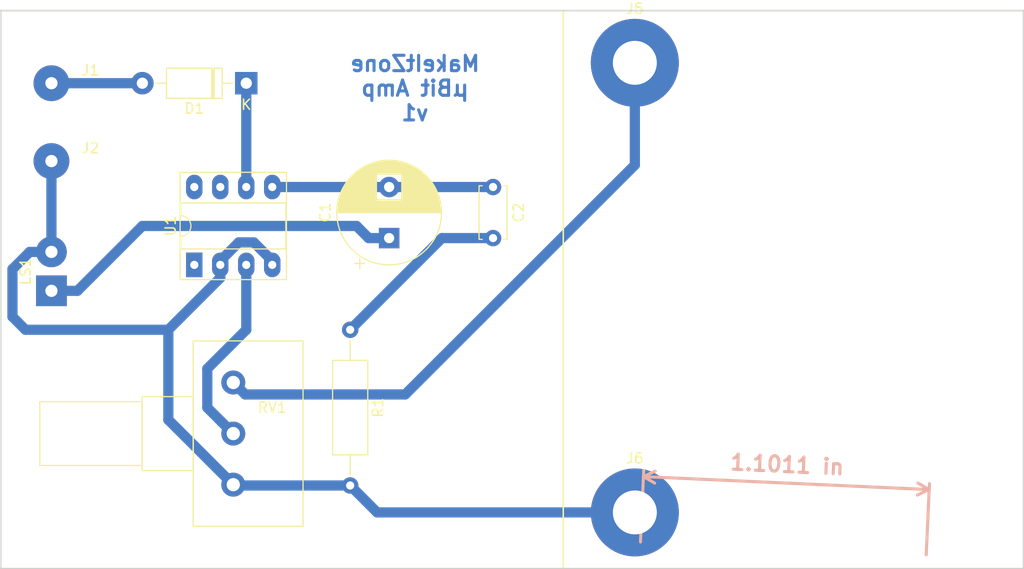
<source format=kicad_pcb>
(kicad_pcb (version 20171130) (host pcbnew "(5.0.1-3-g963ef8bb5)")

  (general
    (thickness 1.6)
    (drawings 7)
    (tracks 41)
    (zones 0)
    (modules 11)
    (nets 12)
  )

  (page A4)
  (layers
    (0 F.Cu signal)
    (31 B.Cu signal)
    (33 F.Adhes user)
    (35 F.Paste user)
    (37 F.SilkS user)
    (39 F.Mask user)
    (40 Dwgs.User user)
    (41 Cmts.User user)
    (42 Eco1.User user)
    (43 Eco2.User user)
    (44 Edge.Cuts user)
    (45 Margin user)
    (46 B.CrtYd user)
    (47 F.CrtYd user)
    (49 F.Fab user)
  )

  (setup
    (last_trace_width 1)
    (user_trace_width 0.5)
    (user_trace_width 1)
    (trace_clearance 0.2)
    (zone_clearance 0.508)
    (zone_45_only no)
    (trace_min 0.2)
    (segment_width 0.15)
    (edge_width 0.15)
    (via_size 0.8)
    (via_drill 0.4)
    (via_min_size 0.4)
    (via_min_drill 0.3)
    (uvia_size 0.3)
    (uvia_drill 0.1)
    (uvias_allowed no)
    (uvia_min_size 0.2)
    (uvia_min_drill 0.1)
    (pcb_text_width 0.3)
    (pcb_text_size 1.5 1.5)
    (mod_edge_width 0.15)
    (mod_text_size 1 1)
    (mod_text_width 0.15)
    (pad_size 8.6 8.6)
    (pad_drill 4.3)
    (pad_to_mask_clearance 0.051)
    (solder_mask_min_width 0.25)
    (aux_axis_origin 0 0)
    (visible_elements FFFFFF7F)
    (pcbplotparams
      (layerselection 0x01000_fffffffe)
      (usegerberextensions false)
      (usegerberattributes false)
      (usegerberadvancedattributes false)
      (creategerberjobfile false)
      (excludeedgelayer true)
      (linewidth 0.100000)
      (plotframeref false)
      (viasonmask false)
      (mode 1)
      (useauxorigin false)
      (hpglpennumber 1)
      (hpglpenspeed 20)
      (hpglpendiameter 15.000000)
      (psnegative false)
      (psa4output false)
      (plotreference true)
      (plotvalue true)
      (plotinvisibletext false)
      (padsonsilk false)
      (subtractmaskfromsilk false)
      (outputformat 1)
      (mirror false)
      (drillshape 0)
      (scaleselection 1)
      (outputdirectory "/Users/julian/Documents/JuliansDocuments/Finance, Business, Tax, etc/Business Plans - MakeItZone/Events/2018-11 Compass week for NIDES- microbits/schematics/AudioCreature/AudioCreature/fabfiles/"))
  )

  (net 0 "")
  (net 1 "Net-(C1-Pad1)")
  (net 2 "Net-(C1-Pad2)")
  (net 3 "Net-(D1-Pad1)")
  (net 4 +5V)
  (net 5 GND)
  (net 6 "Net-(RV1-Pad2)")
  (net 7 "Net-(U1-Pad1)")
  (net 8 "Net-(U1-Pad7)")
  (net 9 "Net-(U1-Pad8)")
  (net 10 "Net-(C2-Pad2)")
  (net 11 "Net-(J5-Pad1)")

  (net_class Default "This is the default net class."
    (clearance 0.2)
    (trace_width 0.25)
    (via_dia 0.8)
    (via_drill 0.4)
    (uvia_dia 0.3)
    (uvia_drill 0.1)
    (add_net +5V)
    (add_net GND)
    (add_net "Net-(C1-Pad1)")
    (add_net "Net-(C1-Pad2)")
    (add_net "Net-(C2-Pad2)")
    (add_net "Net-(D1-Pad1)")
    (add_net "Net-(J5-Pad1)")
    (add_net "Net-(RV1-Pad2)")
    (add_net "Net-(U1-Pad1)")
    (add_net "Net-(U1-Pad7)")
    (add_net "Net-(U1-Pad8)")
  )

  (module Diode_THT:D_DO-41_SOD81_P10.16mm_Horizontal (layer F.Cu) (tedit 5AE50CD5) (tstamp 5BF946B3)
    (at 44.005 27.495 180)
    (descr "Diode, DO-41_SOD81 series, Axial, Horizontal, pin pitch=10.16mm, , length*diameter=5.2*2.7mm^2, , http://www.diodes.com/_files/packages/DO-41%20(Plastic).pdf")
    (tags "Diode DO-41_SOD81 series Axial Horizontal pin pitch 10.16mm  length 5.2mm diameter 2.7mm")
    (path /5BE971BB)
    (fp_text reference D1 (at 5.08 -2.47 180) (layer F.SilkS)
      (effects (font (size 1 1) (thickness 0.15)))
    )
    (fp_text value 1N4004 (at 5.08 2.47 180) (layer F.Fab)
      (effects (font (size 1 1) (thickness 0.15)))
    )
    (fp_line (start 2.48 -1.35) (end 2.48 1.35) (layer F.Fab) (width 0.1))
    (fp_line (start 2.48 1.35) (end 7.68 1.35) (layer F.Fab) (width 0.1))
    (fp_line (start 7.68 1.35) (end 7.68 -1.35) (layer F.Fab) (width 0.1))
    (fp_line (start 7.68 -1.35) (end 2.48 -1.35) (layer F.Fab) (width 0.1))
    (fp_line (start 0 0) (end 2.48 0) (layer F.Fab) (width 0.1))
    (fp_line (start 10.16 0) (end 7.68 0) (layer F.Fab) (width 0.1))
    (fp_line (start 3.26 -1.35) (end 3.26 1.35) (layer F.Fab) (width 0.1))
    (fp_line (start 3.36 -1.35) (end 3.36 1.35) (layer F.Fab) (width 0.1))
    (fp_line (start 3.16 -1.35) (end 3.16 1.35) (layer F.Fab) (width 0.1))
    (fp_line (start 2.36 -1.47) (end 2.36 1.47) (layer F.SilkS) (width 0.12))
    (fp_line (start 2.36 1.47) (end 7.8 1.47) (layer F.SilkS) (width 0.12))
    (fp_line (start 7.8 1.47) (end 7.8 -1.47) (layer F.SilkS) (width 0.12))
    (fp_line (start 7.8 -1.47) (end 2.36 -1.47) (layer F.SilkS) (width 0.12))
    (fp_line (start 1.34 0) (end 2.36 0) (layer F.SilkS) (width 0.12))
    (fp_line (start 8.82 0) (end 7.8 0) (layer F.SilkS) (width 0.12))
    (fp_line (start 3.26 -1.47) (end 3.26 1.47) (layer F.SilkS) (width 0.12))
    (fp_line (start 3.38 -1.47) (end 3.38 1.47) (layer F.SilkS) (width 0.12))
    (fp_line (start 3.14 -1.47) (end 3.14 1.47) (layer F.SilkS) (width 0.12))
    (fp_line (start -1.35 -1.6) (end -1.35 1.6) (layer F.CrtYd) (width 0.05))
    (fp_line (start -1.35 1.6) (end 11.51 1.6) (layer F.CrtYd) (width 0.05))
    (fp_line (start 11.51 1.6) (end 11.51 -1.6) (layer F.CrtYd) (width 0.05))
    (fp_line (start 11.51 -1.6) (end -1.35 -1.6) (layer F.CrtYd) (width 0.05))
    (fp_text user %R (at 5.47 0 180) (layer F.Fab)
      (effects (font (size 1 1) (thickness 0.15)))
    )
    (fp_text user K (at 0 -2.1 180) (layer F.Fab)
      (effects (font (size 1 1) (thickness 0.15)))
    )
    (fp_text user K (at 0 -2.1 180) (layer F.SilkS)
      (effects (font (size 1 1) (thickness 0.15)))
    )
    (pad 1 thru_hole rect (at 0 0 180) (size 2.2 2.2) (drill 1.1) (layers *.Cu *.Mask)
      (net 3 "Net-(D1-Pad1)"))
    (pad 2 thru_hole oval (at 10.16 0 180) (size 2.2 2.2) (drill 1.1) (layers *.Cu *.Mask)
      (net 4 +5V))
    (model ${KISYS3DMOD}/Diode_THT.3dshapes/D_DO-41_SOD81_P10.16mm_Horizontal.wrl
      (at (xyz 0 0 0))
      (scale (xyz 1 1 1))
      (rotate (xyz 0 0 0))
    )
  )

  (module Connector_Wire:SolderWirePad_1x01_Drill1.2mm (layer F.Cu) (tedit 5AEE5EA7) (tstamp 5BF94650)
    (at 24.955 35.115)
    (descr "Wire solder connection")
    (tags connector)
    (path /5BE96173)
    (attr virtual)
    (fp_text reference J2 (at 3.81 -1.27) (layer F.SilkS)
      (effects (font (size 1 1) (thickness 0.15)))
    )
    (fp_text value Conn_01x01 (at 1.27 3.175) (layer F.Fab)
      (effects (font (size 1 1) (thickness 0.15)))
    )
    (fp_text user %R (at 0 0) (layer F.Fab)
      (effects (font (size 1 1) (thickness 0.15)))
    )
    (fp_line (start -2.25 -2.25) (end 2.25 -2.25) (layer F.CrtYd) (width 0.05))
    (fp_line (start -2.25 -2.25) (end -2.25 2.25) (layer F.CrtYd) (width 0.05))
    (fp_line (start 2.25 2.25) (end 2.25 -2.25) (layer F.CrtYd) (width 0.05))
    (fp_line (start 2.25 2.25) (end -2.25 2.25) (layer F.CrtYd) (width 0.05))
    (pad 1 thru_hole circle (at 0 0) (size 3.50012 3.50012) (drill 1.19888) (layers *.Cu *.Mask)
      (net 5 GND))
  )

  (module Connector_Wire:SolderWirePad_1x02_P3.81mm_Drill1.2mm (layer F.Cu) (tedit 5AEE5EF3) (tstamp 5BF94681)
    (at 24.955 47.815 90)
    (descr "Wire solder connection")
    (tags connector)
    (path /5BE96CE5)
    (attr virtual)
    (fp_text reference LS1 (at 1.905 -2.54 90) (layer F.SilkS)
      (effects (font (size 1 1) (thickness 0.15)))
    )
    (fp_text value Speaker (at 1.905 3.81 90) (layer F.Fab)
      (effects (font (size 1 1) (thickness 0.15)))
    )
    (fp_text user %R (at 1.905 0 270) (layer F.Fab)
      (effects (font (size 1 1) (thickness 0.15)))
    )
    (fp_line (start -1.99 -2) (end 5.81 -2) (layer F.CrtYd) (width 0.05))
    (fp_line (start -1.99 -2) (end -1.99 2) (layer F.CrtYd) (width 0.05))
    (fp_line (start 5.81 2) (end 5.81 -2) (layer F.CrtYd) (width 0.05))
    (fp_line (start 5.81 2) (end -1.99 2) (layer F.CrtYd) (width 0.05))
    (pad 1 thru_hole rect (at 0 0 90) (size 2.99974 2.99974) (drill 1.19888) (layers *.Cu *.Mask)
      (net 1 "Net-(C1-Pad1)"))
    (pad 2 thru_hole circle (at 3.81 0 90) (size 2.99974 2.99974) (drill 1.19888) (layers *.Cu *.Mask)
      (net 5 GND))
  )

  (module Resistor_THT:R_Axial_DIN0309_L9.0mm_D3.2mm_P15.24mm_Horizontal (layer F.Cu) (tedit 5AE5139B) (tstamp 5BF9461B)
    (at 54.165 51.625 270)
    (descr "Resistor, Axial_DIN0309 series, Axial, Horizontal, pin pitch=15.24mm, 0.5W = 1/2W, length*diameter=9*3.2mm^2, http://cdn-reichelt.de/documents/datenblatt/B400/1_4W%23YAG.pdf")
    (tags "Resistor Axial_DIN0309 series Axial Horizontal pin pitch 15.24mm 0.5W = 1/2W length 9mm diameter 3.2mm")
    (path /5BE99B47)
    (fp_text reference R1 (at 7.62 -2.72 270) (layer F.SilkS)
      (effects (font (size 1 1) (thickness 0.15)))
    )
    (fp_text value 10 (at 7.62 2.72 270) (layer F.Fab)
      (effects (font (size 1 1) (thickness 0.15)))
    )
    (fp_line (start 3.12 -1.6) (end 3.12 1.6) (layer F.Fab) (width 0.1))
    (fp_line (start 3.12 1.6) (end 12.12 1.6) (layer F.Fab) (width 0.1))
    (fp_line (start 12.12 1.6) (end 12.12 -1.6) (layer F.Fab) (width 0.1))
    (fp_line (start 12.12 -1.6) (end 3.12 -1.6) (layer F.Fab) (width 0.1))
    (fp_line (start 0 0) (end 3.12 0) (layer F.Fab) (width 0.1))
    (fp_line (start 15.24 0) (end 12.12 0) (layer F.Fab) (width 0.1))
    (fp_line (start 3 -1.72) (end 3 1.72) (layer F.SilkS) (width 0.12))
    (fp_line (start 3 1.72) (end 12.24 1.72) (layer F.SilkS) (width 0.12))
    (fp_line (start 12.24 1.72) (end 12.24 -1.72) (layer F.SilkS) (width 0.12))
    (fp_line (start 12.24 -1.72) (end 3 -1.72) (layer F.SilkS) (width 0.12))
    (fp_line (start 1.04 0) (end 3 0) (layer F.SilkS) (width 0.12))
    (fp_line (start 14.2 0) (end 12.24 0) (layer F.SilkS) (width 0.12))
    (fp_line (start -1.05 -1.85) (end -1.05 1.85) (layer F.CrtYd) (width 0.05))
    (fp_line (start -1.05 1.85) (end 16.29 1.85) (layer F.CrtYd) (width 0.05))
    (fp_line (start 16.29 1.85) (end 16.29 -1.85) (layer F.CrtYd) (width 0.05))
    (fp_line (start 16.29 -1.85) (end -1.05 -1.85) (layer F.CrtYd) (width 0.05))
    (fp_text user %R (at 7.62 0 270) (layer F.Fab)
      (effects (font (size 1 1) (thickness 0.15)))
    )
    (pad 1 thru_hole circle (at 0 0 270) (size 1.6 1.6) (drill 0.8) (layers *.Cu *.Mask)
      (net 10 "Net-(C2-Pad2)"))
    (pad 2 thru_hole oval (at 15.24 0 270) (size 1.6 1.6) (drill 0.8) (layers *.Cu *.Mask)
      (net 5 GND))
    (model ${KISYS3DMOD}/Resistor_THT.3dshapes/R_Axial_DIN0309_L9.0mm_D3.2mm_P15.24mm_Horizontal.wrl
      (at (xyz 0 0 0))
      (scale (xyz 1 1 1))
      (rotate (xyz 0 0 0))
    )
  )

  (module Potentiometer_THT:Potentiometer_Alps_RK163_Single_Horizontal (layer F.Cu) (tedit 5A3D4993) (tstamp 5BF94976)
    (at 42.735 56.785 180)
    (descr "Potentiometer, horizontal, Alps RK163 Single, http://www.alps.com/prod/info/E/HTML/Potentiometer/RotaryPotentiometers/RK16/RK16_list.html")
    (tags "Potentiometer horizontal Alps RK163 Single")
    (path /5BE96625)
    (fp_text reference RV1 (at -3.81 -2.46 180) (layer F.SilkS)
      (effects (font (size 1 1) (thickness 0.15)))
    )
    (fp_text value 5k (at 0 5.2 180) (layer F.Fab)
      (effects (font (size 1 1) (thickness 0.15)))
    )
    (fp_line (start -6.7 -13.95) (end -6.7 3.95) (layer F.Fab) (width 0.1))
    (fp_line (start -6.7 3.95) (end 3.8 3.95) (layer F.Fab) (width 0.1))
    (fp_line (start 3.8 3.95) (end 3.8 -13.95) (layer F.Fab) (width 0.1))
    (fp_line (start 3.8 -13.95) (end -6.7 -13.95) (layer F.Fab) (width 0.1))
    (fp_line (start 3.8 -8.5) (end 3.8 -1.5) (layer F.Fab) (width 0.1))
    (fp_line (start 3.8 -1.5) (end 8.8 -1.5) (layer F.Fab) (width 0.1))
    (fp_line (start 8.8 -1.5) (end 8.8 -8.5) (layer F.Fab) (width 0.1))
    (fp_line (start 8.8 -8.5) (end 3.8 -8.5) (layer F.Fab) (width 0.1))
    (fp_line (start 8.8 -8) (end 8.8 -2) (layer F.Fab) (width 0.1))
    (fp_line (start 8.8 -2) (end 18.8 -2) (layer F.Fab) (width 0.1))
    (fp_line (start 18.8 -2) (end 18.8 -8) (layer F.Fab) (width 0.1))
    (fp_line (start 18.8 -8) (end 8.8 -8) (layer F.Fab) (width 0.1))
    (fp_line (start -6.82 -14.07) (end 3.92 -14.07) (layer F.SilkS) (width 0.12))
    (fp_line (start -6.82 4.07) (end 3.92 4.07) (layer F.SilkS) (width 0.12))
    (fp_line (start -6.82 -14.07) (end -6.82 4.07) (layer F.SilkS) (width 0.12))
    (fp_line (start 3.92 -14.07) (end 3.92 4.07) (layer F.SilkS) (width 0.12))
    (fp_line (start 3.92 -8.62) (end 8.92 -8.62) (layer F.SilkS) (width 0.12))
    (fp_line (start 3.92 -1.38) (end 8.92 -1.38) (layer F.SilkS) (width 0.12))
    (fp_line (start 3.92 -8.62) (end 3.92 -1.38) (layer F.SilkS) (width 0.12))
    (fp_line (start 8.92 -8.62) (end 8.92 -1.38) (layer F.SilkS) (width 0.12))
    (fp_line (start 8.92 -8.12) (end 18.92 -8.12) (layer F.SilkS) (width 0.12))
    (fp_line (start 8.92 -1.879) (end 18.92 -1.879) (layer F.SilkS) (width 0.12))
    (fp_line (start 8.92 -8.12) (end 8.92 -1.879) (layer F.SilkS) (width 0.12))
    (fp_line (start 18.92 -8.12) (end 18.92 -1.879) (layer F.SilkS) (width 0.12))
    (fp_line (start -6.95 -14.2) (end -6.95 4.2) (layer F.CrtYd) (width 0.05))
    (fp_line (start -6.95 4.2) (end 19.05 4.2) (layer F.CrtYd) (width 0.05))
    (fp_line (start 19.05 4.2) (end 19.05 -14.2) (layer F.CrtYd) (width 0.05))
    (fp_line (start 19.05 -14.2) (end -6.95 -14.2) (layer F.CrtYd) (width 0.05))
    (fp_text user %R (at -1.45 -5 180) (layer F.Fab)
      (effects (font (size 1 1) (thickness 0.15)))
    )
    (pad 3 thru_hole circle (at 0 -10 180) (size 2.34 2.34) (drill 1.3) (layers *.Cu *.Mask)
      (net 5 GND))
    (pad 2 thru_hole circle (at 0 -5 180) (size 2.34 2.34) (drill 1.3) (layers *.Cu *.Mask)
      (net 6 "Net-(RV1-Pad2)"))
    (pad 1 thru_hole circle (at 0 0 180) (size 2.34 2.34) (drill 1.3) (layers *.Cu *.Mask)
      (net 11 "Net-(J5-Pad1)"))
    (model ${KISYS3DMOD}/Potentiometer_THT.3dshapes/Potentiometer_Alps_RK163_Single_Horizontal.wrl
      (at (xyz 0 0 0))
      (scale (xyz 1 1 1))
      (rotate (xyz 0 0 0))
    )
  )

  (module Package_DIP:DIP-8_W7.62mm_Socket_LongPads (layer F.Cu) (tedit 5A02E8C5) (tstamp 5BF945A4)
    (at 38.925 45.275 90)
    (descr "8-lead though-hole mounted DIP package, row spacing 7.62 mm (300 mils), Socket, LongPads")
    (tags "THT DIP DIL PDIP 2.54mm 7.62mm 300mil Socket LongPads")
    (path /5BE95DA0)
    (fp_text reference U1 (at 3.81 -2.33 90) (layer F.SilkS)
      (effects (font (size 1 1) (thickness 0.15)))
    )
    (fp_text value LM386 (at 3.81 9.95 90) (layer F.Fab)
      (effects (font (size 1 1) (thickness 0.15)))
    )
    (fp_arc (start 3.81 -1.33) (end 2.81 -1.33) (angle -180) (layer F.SilkS) (width 0.12))
    (fp_line (start 1.635 -1.27) (end 6.985 -1.27) (layer F.Fab) (width 0.1))
    (fp_line (start 6.985 -1.27) (end 6.985 8.89) (layer F.Fab) (width 0.1))
    (fp_line (start 6.985 8.89) (end 0.635 8.89) (layer F.Fab) (width 0.1))
    (fp_line (start 0.635 8.89) (end 0.635 -0.27) (layer F.Fab) (width 0.1))
    (fp_line (start 0.635 -0.27) (end 1.635 -1.27) (layer F.Fab) (width 0.1))
    (fp_line (start -1.27 -1.33) (end -1.27 8.95) (layer F.Fab) (width 0.1))
    (fp_line (start -1.27 8.95) (end 8.89 8.95) (layer F.Fab) (width 0.1))
    (fp_line (start 8.89 8.95) (end 8.89 -1.33) (layer F.Fab) (width 0.1))
    (fp_line (start 8.89 -1.33) (end -1.27 -1.33) (layer F.Fab) (width 0.1))
    (fp_line (start 2.81 -1.33) (end 1.56 -1.33) (layer F.SilkS) (width 0.12))
    (fp_line (start 1.56 -1.33) (end 1.56 8.95) (layer F.SilkS) (width 0.12))
    (fp_line (start 1.56 8.95) (end 6.06 8.95) (layer F.SilkS) (width 0.12))
    (fp_line (start 6.06 8.95) (end 6.06 -1.33) (layer F.SilkS) (width 0.12))
    (fp_line (start 6.06 -1.33) (end 4.81 -1.33) (layer F.SilkS) (width 0.12))
    (fp_line (start -1.44 -1.39) (end -1.44 9.01) (layer F.SilkS) (width 0.12))
    (fp_line (start -1.44 9.01) (end 9.06 9.01) (layer F.SilkS) (width 0.12))
    (fp_line (start 9.06 9.01) (end 9.06 -1.39) (layer F.SilkS) (width 0.12))
    (fp_line (start 9.06 -1.39) (end -1.44 -1.39) (layer F.SilkS) (width 0.12))
    (fp_line (start -1.55 -1.6) (end -1.55 9.2) (layer F.CrtYd) (width 0.05))
    (fp_line (start -1.55 9.2) (end 9.15 9.2) (layer F.CrtYd) (width 0.05))
    (fp_line (start 9.15 9.2) (end 9.15 -1.6) (layer F.CrtYd) (width 0.05))
    (fp_line (start 9.15 -1.6) (end -1.55 -1.6) (layer F.CrtYd) (width 0.05))
    (fp_text user %R (at 3.81 3.81 90) (layer F.Fab)
      (effects (font (size 1 1) (thickness 0.15)))
    )
    (pad 1 thru_hole rect (at 0 0 90) (size 2.4 1.6) (drill 0.8) (layers *.Cu *.Mask)
      (net 7 "Net-(U1-Pad1)"))
    (pad 5 thru_hole oval (at 7.62 7.62 90) (size 2.4 1.6) (drill 0.8) (layers *.Cu *.Mask)
      (net 2 "Net-(C1-Pad2)"))
    (pad 2 thru_hole oval (at 0 2.54 90) (size 2.4 1.6) (drill 0.8) (layers *.Cu *.Mask)
      (net 5 GND))
    (pad 6 thru_hole oval (at 7.62 5.08 90) (size 2.4 1.6) (drill 0.8) (layers *.Cu *.Mask)
      (net 3 "Net-(D1-Pad1)"))
    (pad 3 thru_hole oval (at 0 5.08 90) (size 2.4 1.6) (drill 0.8) (layers *.Cu *.Mask)
      (net 6 "Net-(RV1-Pad2)"))
    (pad 7 thru_hole oval (at 7.62 2.54 90) (size 2.4 1.6) (drill 0.8) (layers *.Cu *.Mask)
      (net 8 "Net-(U1-Pad7)"))
    (pad 4 thru_hole oval (at 0 7.62 90) (size 2.4 1.6) (drill 0.8) (layers *.Cu *.Mask)
      (net 5 GND))
    (pad 8 thru_hole oval (at 7.62 0 90) (size 2.4 1.6) (drill 0.8) (layers *.Cu *.Mask)
      (net 9 "Net-(U1-Pad8)"))
    (model ${KISYS3DMOD}/Package_DIP.3dshapes/DIP-8_W7.62mm_Socket.wrl
      (at (xyz 0 0 0))
      (scale (xyz 1 1 1))
      (rotate (xyz 0 0 0))
    )
  )

  (module MountingHole:MountingHole_4.3mm_M4_Pad (layer F.Cu) (tedit 56D1B4CB) (tstamp 5BF95D19)
    (at 82 25.5)
    (descr "Mounting Hole 4.3mm, M4")
    (tags "mounting hole 4.3mm m4")
    (path /5BE9E2C1)
    (attr virtual)
    (fp_text reference J5 (at 0 -5.3) (layer F.SilkS)
      (effects (font (size 1 1) (thickness 0.15)))
    )
    (fp_text value Conn_01x01 (at 0 5.3) (layer F.Fab)
      (effects (font (size 1 1) (thickness 0.15)))
    )
    (fp_text user %R (at 0.3 0) (layer F.Fab)
      (effects (font (size 1 1) (thickness 0.15)))
    )
    (fp_circle (center 0 0) (end 4.3 0) (layer Cmts.User) (width 0.15))
    (fp_circle (center 0 0) (end 4.55 0) (layer F.CrtYd) (width 0.05))
    (pad 1 thru_hole circle (at 0 0) (size 8.6 8.6) (drill 4.3) (layers *.Cu *.Mask)
      (net 11 "Net-(J5-Pad1)"))
  )

  (module MountingHole:MountingHole_4.3mm_M4_Pad (layer F.Cu) (tedit 56D1B4CB) (tstamp 5BF945F7)
    (at 82 69.5)
    (descr "Mounting Hole 4.3mm, M4")
    (tags "mounting hole 4.3mm m4")
    (path /5BE9E6DE)
    (attr virtual)
    (fp_text reference J6 (at 0 -5.3) (layer F.SilkS)
      (effects (font (size 1 1) (thickness 0.15)))
    )
    (fp_text value Conn_01x01 (at 0 -7.62 180) (layer F.Fab)
      (effects (font (size 1 1) (thickness 0.15)))
    )
    (fp_circle (center 0 0) (end 4.55 0) (layer F.CrtYd) (width 0.05))
    (fp_circle (center 0 0) (end 4.3 0) (layer Cmts.User) (width 0.15))
    (fp_text user %R (at 0.3 0) (layer F.Fab)
      (effects (font (size 1 1) (thickness 0.15)))
    )
    (pad 1 thru_hole circle (at 0 0) (size 8.6 8.6) (drill 4.3) (layers *.Cu *.Mask)
      (net 5 GND))
  )

  (module Capacitor_THT:CP_Radial_D10.0mm_P5.00mm (layer F.Cu) (tedit 5AE50EF1) (tstamp 5BF947BA)
    (at 57.975 42.655 90)
    (descr "CP, Radial series, Radial, pin pitch=5.00mm, , diameter=10mm, Electrolytic Capacitor")
    (tags "CP Radial series Radial pin pitch 5.00mm  diameter 10mm Electrolytic Capacitor")
    (path /5BE96B0B)
    (fp_text reference C1 (at 2.5 -6.25 90) (layer F.SilkS)
      (effects (font (size 1 1) (thickness 0.15)))
    )
    (fp_text value 220uF (at 2.5 6.25 90) (layer F.Fab)
      (effects (font (size 1 1) (thickness 0.15)))
    )
    (fp_circle (center 2.5 0) (end 7.5 0) (layer F.Fab) (width 0.1))
    (fp_circle (center 2.5 0) (end 7.62 0) (layer F.SilkS) (width 0.12))
    (fp_circle (center 2.5 0) (end 7.75 0) (layer F.CrtYd) (width 0.05))
    (fp_line (start -1.788861 -2.1875) (end -0.788861 -2.1875) (layer F.Fab) (width 0.1))
    (fp_line (start -1.288861 -2.6875) (end -1.288861 -1.6875) (layer F.Fab) (width 0.1))
    (fp_line (start 2.5 -5.08) (end 2.5 5.08) (layer F.SilkS) (width 0.12))
    (fp_line (start 2.54 -5.08) (end 2.54 5.08) (layer F.SilkS) (width 0.12))
    (fp_line (start 2.58 -5.08) (end 2.58 5.08) (layer F.SilkS) (width 0.12))
    (fp_line (start 2.62 -5.079) (end 2.62 5.079) (layer F.SilkS) (width 0.12))
    (fp_line (start 2.66 -5.078) (end 2.66 5.078) (layer F.SilkS) (width 0.12))
    (fp_line (start 2.7 -5.077) (end 2.7 5.077) (layer F.SilkS) (width 0.12))
    (fp_line (start 2.74 -5.075) (end 2.74 5.075) (layer F.SilkS) (width 0.12))
    (fp_line (start 2.78 -5.073) (end 2.78 5.073) (layer F.SilkS) (width 0.12))
    (fp_line (start 2.82 -5.07) (end 2.82 5.07) (layer F.SilkS) (width 0.12))
    (fp_line (start 2.86 -5.068) (end 2.86 5.068) (layer F.SilkS) (width 0.12))
    (fp_line (start 2.9 -5.065) (end 2.9 5.065) (layer F.SilkS) (width 0.12))
    (fp_line (start 2.94 -5.062) (end 2.94 5.062) (layer F.SilkS) (width 0.12))
    (fp_line (start 2.98 -5.058) (end 2.98 5.058) (layer F.SilkS) (width 0.12))
    (fp_line (start 3.02 -5.054) (end 3.02 5.054) (layer F.SilkS) (width 0.12))
    (fp_line (start 3.06 -5.05) (end 3.06 5.05) (layer F.SilkS) (width 0.12))
    (fp_line (start 3.1 -5.045) (end 3.1 5.045) (layer F.SilkS) (width 0.12))
    (fp_line (start 3.14 -5.04) (end 3.14 5.04) (layer F.SilkS) (width 0.12))
    (fp_line (start 3.18 -5.035) (end 3.18 5.035) (layer F.SilkS) (width 0.12))
    (fp_line (start 3.221 -5.03) (end 3.221 5.03) (layer F.SilkS) (width 0.12))
    (fp_line (start 3.261 -5.024) (end 3.261 5.024) (layer F.SilkS) (width 0.12))
    (fp_line (start 3.301 -5.018) (end 3.301 5.018) (layer F.SilkS) (width 0.12))
    (fp_line (start 3.341 -5.011) (end 3.341 5.011) (layer F.SilkS) (width 0.12))
    (fp_line (start 3.381 -5.004) (end 3.381 5.004) (layer F.SilkS) (width 0.12))
    (fp_line (start 3.421 -4.997) (end 3.421 4.997) (layer F.SilkS) (width 0.12))
    (fp_line (start 3.461 -4.99) (end 3.461 4.99) (layer F.SilkS) (width 0.12))
    (fp_line (start 3.501 -4.982) (end 3.501 4.982) (layer F.SilkS) (width 0.12))
    (fp_line (start 3.541 -4.974) (end 3.541 4.974) (layer F.SilkS) (width 0.12))
    (fp_line (start 3.581 -4.965) (end 3.581 4.965) (layer F.SilkS) (width 0.12))
    (fp_line (start 3.621 -4.956) (end 3.621 4.956) (layer F.SilkS) (width 0.12))
    (fp_line (start 3.661 -4.947) (end 3.661 4.947) (layer F.SilkS) (width 0.12))
    (fp_line (start 3.701 -4.938) (end 3.701 4.938) (layer F.SilkS) (width 0.12))
    (fp_line (start 3.741 -4.928) (end 3.741 4.928) (layer F.SilkS) (width 0.12))
    (fp_line (start 3.781 -4.918) (end 3.781 -1.241) (layer F.SilkS) (width 0.12))
    (fp_line (start 3.781 1.241) (end 3.781 4.918) (layer F.SilkS) (width 0.12))
    (fp_line (start 3.821 -4.907) (end 3.821 -1.241) (layer F.SilkS) (width 0.12))
    (fp_line (start 3.821 1.241) (end 3.821 4.907) (layer F.SilkS) (width 0.12))
    (fp_line (start 3.861 -4.897) (end 3.861 -1.241) (layer F.SilkS) (width 0.12))
    (fp_line (start 3.861 1.241) (end 3.861 4.897) (layer F.SilkS) (width 0.12))
    (fp_line (start 3.901 -4.885) (end 3.901 -1.241) (layer F.SilkS) (width 0.12))
    (fp_line (start 3.901 1.241) (end 3.901 4.885) (layer F.SilkS) (width 0.12))
    (fp_line (start 3.941 -4.874) (end 3.941 -1.241) (layer F.SilkS) (width 0.12))
    (fp_line (start 3.941 1.241) (end 3.941 4.874) (layer F.SilkS) (width 0.12))
    (fp_line (start 3.981 -4.862) (end 3.981 -1.241) (layer F.SilkS) (width 0.12))
    (fp_line (start 3.981 1.241) (end 3.981 4.862) (layer F.SilkS) (width 0.12))
    (fp_line (start 4.021 -4.85) (end 4.021 -1.241) (layer F.SilkS) (width 0.12))
    (fp_line (start 4.021 1.241) (end 4.021 4.85) (layer F.SilkS) (width 0.12))
    (fp_line (start 4.061 -4.837) (end 4.061 -1.241) (layer F.SilkS) (width 0.12))
    (fp_line (start 4.061 1.241) (end 4.061 4.837) (layer F.SilkS) (width 0.12))
    (fp_line (start 4.101 -4.824) (end 4.101 -1.241) (layer F.SilkS) (width 0.12))
    (fp_line (start 4.101 1.241) (end 4.101 4.824) (layer F.SilkS) (width 0.12))
    (fp_line (start 4.141 -4.811) (end 4.141 -1.241) (layer F.SilkS) (width 0.12))
    (fp_line (start 4.141 1.241) (end 4.141 4.811) (layer F.SilkS) (width 0.12))
    (fp_line (start 4.181 -4.797) (end 4.181 -1.241) (layer F.SilkS) (width 0.12))
    (fp_line (start 4.181 1.241) (end 4.181 4.797) (layer F.SilkS) (width 0.12))
    (fp_line (start 4.221 -4.783) (end 4.221 -1.241) (layer F.SilkS) (width 0.12))
    (fp_line (start 4.221 1.241) (end 4.221 4.783) (layer F.SilkS) (width 0.12))
    (fp_line (start 4.261 -4.768) (end 4.261 -1.241) (layer F.SilkS) (width 0.12))
    (fp_line (start 4.261 1.241) (end 4.261 4.768) (layer F.SilkS) (width 0.12))
    (fp_line (start 4.301 -4.754) (end 4.301 -1.241) (layer F.SilkS) (width 0.12))
    (fp_line (start 4.301 1.241) (end 4.301 4.754) (layer F.SilkS) (width 0.12))
    (fp_line (start 4.341 -4.738) (end 4.341 -1.241) (layer F.SilkS) (width 0.12))
    (fp_line (start 4.341 1.241) (end 4.341 4.738) (layer F.SilkS) (width 0.12))
    (fp_line (start 4.381 -4.723) (end 4.381 -1.241) (layer F.SilkS) (width 0.12))
    (fp_line (start 4.381 1.241) (end 4.381 4.723) (layer F.SilkS) (width 0.12))
    (fp_line (start 4.421 -4.707) (end 4.421 -1.241) (layer F.SilkS) (width 0.12))
    (fp_line (start 4.421 1.241) (end 4.421 4.707) (layer F.SilkS) (width 0.12))
    (fp_line (start 4.461 -4.69) (end 4.461 -1.241) (layer F.SilkS) (width 0.12))
    (fp_line (start 4.461 1.241) (end 4.461 4.69) (layer F.SilkS) (width 0.12))
    (fp_line (start 4.501 -4.674) (end 4.501 -1.241) (layer F.SilkS) (width 0.12))
    (fp_line (start 4.501 1.241) (end 4.501 4.674) (layer F.SilkS) (width 0.12))
    (fp_line (start 4.541 -4.657) (end 4.541 -1.241) (layer F.SilkS) (width 0.12))
    (fp_line (start 4.541 1.241) (end 4.541 4.657) (layer F.SilkS) (width 0.12))
    (fp_line (start 4.581 -4.639) (end 4.581 -1.241) (layer F.SilkS) (width 0.12))
    (fp_line (start 4.581 1.241) (end 4.581 4.639) (layer F.SilkS) (width 0.12))
    (fp_line (start 4.621 -4.621) (end 4.621 -1.241) (layer F.SilkS) (width 0.12))
    (fp_line (start 4.621 1.241) (end 4.621 4.621) (layer F.SilkS) (width 0.12))
    (fp_line (start 4.661 -4.603) (end 4.661 -1.241) (layer F.SilkS) (width 0.12))
    (fp_line (start 4.661 1.241) (end 4.661 4.603) (layer F.SilkS) (width 0.12))
    (fp_line (start 4.701 -4.584) (end 4.701 -1.241) (layer F.SilkS) (width 0.12))
    (fp_line (start 4.701 1.241) (end 4.701 4.584) (layer F.SilkS) (width 0.12))
    (fp_line (start 4.741 -4.564) (end 4.741 -1.241) (layer F.SilkS) (width 0.12))
    (fp_line (start 4.741 1.241) (end 4.741 4.564) (layer F.SilkS) (width 0.12))
    (fp_line (start 4.781 -4.545) (end 4.781 -1.241) (layer F.SilkS) (width 0.12))
    (fp_line (start 4.781 1.241) (end 4.781 4.545) (layer F.SilkS) (width 0.12))
    (fp_line (start 4.821 -4.525) (end 4.821 -1.241) (layer F.SilkS) (width 0.12))
    (fp_line (start 4.821 1.241) (end 4.821 4.525) (layer F.SilkS) (width 0.12))
    (fp_line (start 4.861 -4.504) (end 4.861 -1.241) (layer F.SilkS) (width 0.12))
    (fp_line (start 4.861 1.241) (end 4.861 4.504) (layer F.SilkS) (width 0.12))
    (fp_line (start 4.901 -4.483) (end 4.901 -1.241) (layer F.SilkS) (width 0.12))
    (fp_line (start 4.901 1.241) (end 4.901 4.483) (layer F.SilkS) (width 0.12))
    (fp_line (start 4.941 -4.462) (end 4.941 -1.241) (layer F.SilkS) (width 0.12))
    (fp_line (start 4.941 1.241) (end 4.941 4.462) (layer F.SilkS) (width 0.12))
    (fp_line (start 4.981 -4.44) (end 4.981 -1.241) (layer F.SilkS) (width 0.12))
    (fp_line (start 4.981 1.241) (end 4.981 4.44) (layer F.SilkS) (width 0.12))
    (fp_line (start 5.021 -4.417) (end 5.021 -1.241) (layer F.SilkS) (width 0.12))
    (fp_line (start 5.021 1.241) (end 5.021 4.417) (layer F.SilkS) (width 0.12))
    (fp_line (start 5.061 -4.395) (end 5.061 -1.241) (layer F.SilkS) (width 0.12))
    (fp_line (start 5.061 1.241) (end 5.061 4.395) (layer F.SilkS) (width 0.12))
    (fp_line (start 5.101 -4.371) (end 5.101 -1.241) (layer F.SilkS) (width 0.12))
    (fp_line (start 5.101 1.241) (end 5.101 4.371) (layer F.SilkS) (width 0.12))
    (fp_line (start 5.141 -4.347) (end 5.141 -1.241) (layer F.SilkS) (width 0.12))
    (fp_line (start 5.141 1.241) (end 5.141 4.347) (layer F.SilkS) (width 0.12))
    (fp_line (start 5.181 -4.323) (end 5.181 -1.241) (layer F.SilkS) (width 0.12))
    (fp_line (start 5.181 1.241) (end 5.181 4.323) (layer F.SilkS) (width 0.12))
    (fp_line (start 5.221 -4.298) (end 5.221 -1.241) (layer F.SilkS) (width 0.12))
    (fp_line (start 5.221 1.241) (end 5.221 4.298) (layer F.SilkS) (width 0.12))
    (fp_line (start 5.261 -4.273) (end 5.261 -1.241) (layer F.SilkS) (width 0.12))
    (fp_line (start 5.261 1.241) (end 5.261 4.273) (layer F.SilkS) (width 0.12))
    (fp_line (start 5.301 -4.247) (end 5.301 -1.241) (layer F.SilkS) (width 0.12))
    (fp_line (start 5.301 1.241) (end 5.301 4.247) (layer F.SilkS) (width 0.12))
    (fp_line (start 5.341 -4.221) (end 5.341 -1.241) (layer F.SilkS) (width 0.12))
    (fp_line (start 5.341 1.241) (end 5.341 4.221) (layer F.SilkS) (width 0.12))
    (fp_line (start 5.381 -4.194) (end 5.381 -1.241) (layer F.SilkS) (width 0.12))
    (fp_line (start 5.381 1.241) (end 5.381 4.194) (layer F.SilkS) (width 0.12))
    (fp_line (start 5.421 -4.166) (end 5.421 -1.241) (layer F.SilkS) (width 0.12))
    (fp_line (start 5.421 1.241) (end 5.421 4.166) (layer F.SilkS) (width 0.12))
    (fp_line (start 5.461 -4.138) (end 5.461 -1.241) (layer F.SilkS) (width 0.12))
    (fp_line (start 5.461 1.241) (end 5.461 4.138) (layer F.SilkS) (width 0.12))
    (fp_line (start 5.501 -4.11) (end 5.501 -1.241) (layer F.SilkS) (width 0.12))
    (fp_line (start 5.501 1.241) (end 5.501 4.11) (layer F.SilkS) (width 0.12))
    (fp_line (start 5.541 -4.08) (end 5.541 -1.241) (layer F.SilkS) (width 0.12))
    (fp_line (start 5.541 1.241) (end 5.541 4.08) (layer F.SilkS) (width 0.12))
    (fp_line (start 5.581 -4.05) (end 5.581 -1.241) (layer F.SilkS) (width 0.12))
    (fp_line (start 5.581 1.241) (end 5.581 4.05) (layer F.SilkS) (width 0.12))
    (fp_line (start 5.621 -4.02) (end 5.621 -1.241) (layer F.SilkS) (width 0.12))
    (fp_line (start 5.621 1.241) (end 5.621 4.02) (layer F.SilkS) (width 0.12))
    (fp_line (start 5.661 -3.989) (end 5.661 -1.241) (layer F.SilkS) (width 0.12))
    (fp_line (start 5.661 1.241) (end 5.661 3.989) (layer F.SilkS) (width 0.12))
    (fp_line (start 5.701 -3.957) (end 5.701 -1.241) (layer F.SilkS) (width 0.12))
    (fp_line (start 5.701 1.241) (end 5.701 3.957) (layer F.SilkS) (width 0.12))
    (fp_line (start 5.741 -3.925) (end 5.741 -1.241) (layer F.SilkS) (width 0.12))
    (fp_line (start 5.741 1.241) (end 5.741 3.925) (layer F.SilkS) (width 0.12))
    (fp_line (start 5.781 -3.892) (end 5.781 -1.241) (layer F.SilkS) (width 0.12))
    (fp_line (start 5.781 1.241) (end 5.781 3.892) (layer F.SilkS) (width 0.12))
    (fp_line (start 5.821 -3.858) (end 5.821 -1.241) (layer F.SilkS) (width 0.12))
    (fp_line (start 5.821 1.241) (end 5.821 3.858) (layer F.SilkS) (width 0.12))
    (fp_line (start 5.861 -3.824) (end 5.861 -1.241) (layer F.SilkS) (width 0.12))
    (fp_line (start 5.861 1.241) (end 5.861 3.824) (layer F.SilkS) (width 0.12))
    (fp_line (start 5.901 -3.789) (end 5.901 -1.241) (layer F.SilkS) (width 0.12))
    (fp_line (start 5.901 1.241) (end 5.901 3.789) (layer F.SilkS) (width 0.12))
    (fp_line (start 5.941 -3.753) (end 5.941 -1.241) (layer F.SilkS) (width 0.12))
    (fp_line (start 5.941 1.241) (end 5.941 3.753) (layer F.SilkS) (width 0.12))
    (fp_line (start 5.981 -3.716) (end 5.981 -1.241) (layer F.SilkS) (width 0.12))
    (fp_line (start 5.981 1.241) (end 5.981 3.716) (layer F.SilkS) (width 0.12))
    (fp_line (start 6.021 -3.679) (end 6.021 -1.241) (layer F.SilkS) (width 0.12))
    (fp_line (start 6.021 1.241) (end 6.021 3.679) (layer F.SilkS) (width 0.12))
    (fp_line (start 6.061 -3.64) (end 6.061 -1.241) (layer F.SilkS) (width 0.12))
    (fp_line (start 6.061 1.241) (end 6.061 3.64) (layer F.SilkS) (width 0.12))
    (fp_line (start 6.101 -3.601) (end 6.101 -1.241) (layer F.SilkS) (width 0.12))
    (fp_line (start 6.101 1.241) (end 6.101 3.601) (layer F.SilkS) (width 0.12))
    (fp_line (start 6.141 -3.561) (end 6.141 -1.241) (layer F.SilkS) (width 0.12))
    (fp_line (start 6.141 1.241) (end 6.141 3.561) (layer F.SilkS) (width 0.12))
    (fp_line (start 6.181 -3.52) (end 6.181 -1.241) (layer F.SilkS) (width 0.12))
    (fp_line (start 6.181 1.241) (end 6.181 3.52) (layer F.SilkS) (width 0.12))
    (fp_line (start 6.221 -3.478) (end 6.221 -1.241) (layer F.SilkS) (width 0.12))
    (fp_line (start 6.221 1.241) (end 6.221 3.478) (layer F.SilkS) (width 0.12))
    (fp_line (start 6.261 -3.436) (end 6.261 3.436) (layer F.SilkS) (width 0.12))
    (fp_line (start 6.301 -3.392) (end 6.301 3.392) (layer F.SilkS) (width 0.12))
    (fp_line (start 6.341 -3.347) (end 6.341 3.347) (layer F.SilkS) (width 0.12))
    (fp_line (start 6.381 -3.301) (end 6.381 3.301) (layer F.SilkS) (width 0.12))
    (fp_line (start 6.421 -3.254) (end 6.421 3.254) (layer F.SilkS) (width 0.12))
    (fp_line (start 6.461 -3.206) (end 6.461 3.206) (layer F.SilkS) (width 0.12))
    (fp_line (start 6.501 -3.156) (end 6.501 3.156) (layer F.SilkS) (width 0.12))
    (fp_line (start 6.541 -3.106) (end 6.541 3.106) (layer F.SilkS) (width 0.12))
    (fp_line (start 6.581 -3.054) (end 6.581 3.054) (layer F.SilkS) (width 0.12))
    (fp_line (start 6.621 -3) (end 6.621 3) (layer F.SilkS) (width 0.12))
    (fp_line (start 6.661 -2.945) (end 6.661 2.945) (layer F.SilkS) (width 0.12))
    (fp_line (start 6.701 -2.889) (end 6.701 2.889) (layer F.SilkS) (width 0.12))
    (fp_line (start 6.741 -2.83) (end 6.741 2.83) (layer F.SilkS) (width 0.12))
    (fp_line (start 6.781 -2.77) (end 6.781 2.77) (layer F.SilkS) (width 0.12))
    (fp_line (start 6.821 -2.709) (end 6.821 2.709) (layer F.SilkS) (width 0.12))
    (fp_line (start 6.861 -2.645) (end 6.861 2.645) (layer F.SilkS) (width 0.12))
    (fp_line (start 6.901 -2.579) (end 6.901 2.579) (layer F.SilkS) (width 0.12))
    (fp_line (start 6.941 -2.51) (end 6.941 2.51) (layer F.SilkS) (width 0.12))
    (fp_line (start 6.981 -2.439) (end 6.981 2.439) (layer F.SilkS) (width 0.12))
    (fp_line (start 7.021 -2.365) (end 7.021 2.365) (layer F.SilkS) (width 0.12))
    (fp_line (start 7.061 -2.289) (end 7.061 2.289) (layer F.SilkS) (width 0.12))
    (fp_line (start 7.101 -2.209) (end 7.101 2.209) (layer F.SilkS) (width 0.12))
    (fp_line (start 7.141 -2.125) (end 7.141 2.125) (layer F.SilkS) (width 0.12))
    (fp_line (start 7.181 -2.037) (end 7.181 2.037) (layer F.SilkS) (width 0.12))
    (fp_line (start 7.221 -1.944) (end 7.221 1.944) (layer F.SilkS) (width 0.12))
    (fp_line (start 7.261 -1.846) (end 7.261 1.846) (layer F.SilkS) (width 0.12))
    (fp_line (start 7.301 -1.742) (end 7.301 1.742) (layer F.SilkS) (width 0.12))
    (fp_line (start 7.341 -1.63) (end 7.341 1.63) (layer F.SilkS) (width 0.12))
    (fp_line (start 7.381 -1.51) (end 7.381 1.51) (layer F.SilkS) (width 0.12))
    (fp_line (start 7.421 -1.378) (end 7.421 1.378) (layer F.SilkS) (width 0.12))
    (fp_line (start 7.461 -1.23) (end 7.461 1.23) (layer F.SilkS) (width 0.12))
    (fp_line (start 7.501 -1.062) (end 7.501 1.062) (layer F.SilkS) (width 0.12))
    (fp_line (start 7.541 -0.862) (end 7.541 0.862) (layer F.SilkS) (width 0.12))
    (fp_line (start 7.581 -0.599) (end 7.581 0.599) (layer F.SilkS) (width 0.12))
    (fp_line (start -2.979646 -2.875) (end -1.979646 -2.875) (layer F.SilkS) (width 0.12))
    (fp_line (start -2.479646 -3.375) (end -2.479646 -2.375) (layer F.SilkS) (width 0.12))
    (fp_text user %R (at 2.5 0 90) (layer F.Fab)
      (effects (font (size 1 1) (thickness 0.15)))
    )
    (pad 1 thru_hole rect (at 0 0 90) (size 2 2) (drill 1) (layers *.Cu *.Mask)
      (net 1 "Net-(C1-Pad1)"))
    (pad 2 thru_hole circle (at 5 0 90) (size 2 2) (drill 1) (layers *.Cu *.Mask)
      (net 2 "Net-(C1-Pad2)"))
    (model ${KISYS3DMOD}/Capacitor_THT.3dshapes/CP_Radial_D10.0mm_P5.00mm.wrl
      (at (xyz 0 0 0))
      (scale (xyz 1 1 1))
      (rotate (xyz 0 0 0))
    )
  )

  (module Capacitor_THT:C_Disc_D5.0mm_W2.5mm_P5.00mm (layer F.Cu) (tedit 5AE50EF0) (tstamp 5BF9453B)
    (at 68.135 37.655 270)
    (descr "C, Disc series, Radial, pin pitch=5.00mm, , diameter*width=5*2.5mm^2, Capacitor, http://cdn-reichelt.de/documents/datenblatt/B300/DS_KERKO_TC.pdf")
    (tags "C Disc series Radial pin pitch 5.00mm  diameter 5mm width 2.5mm Capacitor")
    (path /5BE96846)
    (fp_text reference C2 (at 2.5 -2.5 270) (layer F.SilkS)
      (effects (font (size 1 1) (thickness 0.15)))
    )
    (fp_text value 0.022uF (at 2.5 2.5 270) (layer F.Fab)
      (effects (font (size 1 1) (thickness 0.15)))
    )
    (fp_line (start 0 -1.25) (end 0 1.25) (layer F.Fab) (width 0.1))
    (fp_line (start 0 1.25) (end 5 1.25) (layer F.Fab) (width 0.1))
    (fp_line (start 5 1.25) (end 5 -1.25) (layer F.Fab) (width 0.1))
    (fp_line (start 5 -1.25) (end 0 -1.25) (layer F.Fab) (width 0.1))
    (fp_line (start -0.12 -1.37) (end 5.12 -1.37) (layer F.SilkS) (width 0.12))
    (fp_line (start -0.12 1.37) (end 5.12 1.37) (layer F.SilkS) (width 0.12))
    (fp_line (start -0.12 -1.37) (end -0.12 -1.055) (layer F.SilkS) (width 0.12))
    (fp_line (start -0.12 1.055) (end -0.12 1.37) (layer F.SilkS) (width 0.12))
    (fp_line (start 5.12 -1.37) (end 5.12 -1.055) (layer F.SilkS) (width 0.12))
    (fp_line (start 5.12 1.055) (end 5.12 1.37) (layer F.SilkS) (width 0.12))
    (fp_line (start -1.05 -1.5) (end -1.05 1.5) (layer F.CrtYd) (width 0.05))
    (fp_line (start -1.05 1.5) (end 6.05 1.5) (layer F.CrtYd) (width 0.05))
    (fp_line (start 6.05 1.5) (end 6.05 -1.5) (layer F.CrtYd) (width 0.05))
    (fp_line (start 6.05 -1.5) (end -1.05 -1.5) (layer F.CrtYd) (width 0.05))
    (fp_text user %R (at 2.54 0 270) (layer F.Fab)
      (effects (font (size 1 1) (thickness 0.15)))
    )
    (pad 1 thru_hole circle (at 0 0 270) (size 1.6 1.6) (drill 0.8) (layers *.Cu *.Mask)
      (net 2 "Net-(C1-Pad2)"))
    (pad 2 thru_hole circle (at 5 0 270) (size 1.6 1.6) (drill 0.8) (layers *.Cu *.Mask)
      (net 10 "Net-(C2-Pad2)"))
    (model ${KISYS3DMOD}/Capacitor_THT.3dshapes/C_Disc_D5.0mm_W2.5mm_P5.00mm.wrl
      (at (xyz 0 0 0))
      (scale (xyz 1 1 1))
      (rotate (xyz 0 0 0))
    )
  )

  (module Connector_Wire:SolderWirePad_1x01_Drill1.2mm (layer F.Cu) (tedit 5AEE5EA7) (tstamp 5BF9456F)
    (at 24.955 27.495)
    (descr "Wire solder connection")
    (tags connector)
    (path /5BE96103)
    (attr virtual)
    (fp_text reference J1 (at 3.81 -1.27) (layer F.SilkS)
      (effects (font (size 1 1) (thickness 0.15)))
    )
    (fp_text value Conn_01x01 (at 1.27 3.175) (layer F.Fab)
      (effects (font (size 1 1) (thickness 0.15)))
    )
    (fp_text user %R (at 0 0) (layer F.Fab)
      (effects (font (size 1 1) (thickness 0.15)))
    )
    (fp_line (start -2.25 -2.25) (end 2.25 -2.25) (layer F.CrtYd) (width 0.05))
    (fp_line (start -2.25 -2.25) (end -2.25 2.25) (layer F.CrtYd) (width 0.05))
    (fp_line (start 2.25 2.25) (end 2.25 -2.25) (layer F.CrtYd) (width 0.05))
    (fp_line (start 2.25 2.25) (end -2.25 2.25) (layer F.CrtYd) (width 0.05))
    (pad 1 thru_hole circle (at 0 0) (size 3.50012 3.50012) (drill 1.19888) (layers *.Cu *.Mask)
      (net 4 +5V))
  )

  (gr_line (start 75 20.39) (end 75 75) (layer F.SilkS) (width 0.15) (tstamp 5BF95CCD))
  (gr_line (start 120 20.39) (end 120 75) (layer Edge.Cuts) (width 0.15) (tstamp 5BF95CC7))
  (gr_line (start 20 20.39) (end 120 20.39) (layer Edge.Cuts) (width 0.15) (tstamp 5BF95CBF))
  (gr_line (start 20 20.39) (end 20 75) (layer Edge.Cuts) (width 0.15) (tstamp 5BF94951))
  (gr_line (start 20 75) (end 120 75) (layer Edge.Cuts) (width 0.15) (tstamp 5BF945EB))
  (dimension 27.968849 (width 0.3) (layer B.SilkS)
    (gr_text "27.969 mm" (at 96.906016 64.532651 357.3974378) (layer B.SilkS)
      (effects (font (size 1.5 1.5) (thickness 0.3)))
    )
    (feature1 (pts (xy 110.49 73.66) (xy 110.807288 66.67967)))
    (feature2 (pts (xy 82.55 72.39) (xy 82.867288 65.40967)))
    (crossbar (pts (xy 82.84066 65.995485) (xy 110.78066 67.265485)))
    (arrow1a (pts (xy 110.78066 67.265485) (xy 109.62869 67.800149)))
    (arrow1b (pts (xy 110.78066 67.265485) (xy 109.681946 66.628517)))
    (arrow2a (pts (xy 82.84066 65.995485) (xy 83.939374 66.632453)))
    (arrow2b (pts (xy 82.84066 65.995485) (xy 83.99263 65.460821)))
  )
  (gr_text "MakeItZone\nµBit Amp\nv1" (at 60.5 28) (layer B.Cu) (tstamp 5BF94A29)
    (effects (font (size 1.5 1.5) (thickness 0.3)) (justify mirror))
  )

  (segment (start 55.975 42.655) (end 54.785 41.465) (width 1) (layer B.Cu) (net 1) (tstamp 5BF94A14))
  (segment (start 54.785 41.465) (end 33.845 41.465) (width 1) (layer B.Cu) (net 1) (tstamp 5BF94A0E))
  (segment (start 57.975 42.655) (end 55.975 42.655) (width 1) (layer B.Cu) (net 1) (tstamp 5BF949F9))
  (segment (start 27.495 47.815) (end 24.955 47.815) (width 1) (layer B.Cu) (net 1) (tstamp 5BF94A08))
  (segment (start 33.845 41.465) (end 27.495 47.815) (width 1) (layer B.Cu) (net 1) (tstamp 5BF94A23))
  (segment (start 46.545 37.655) (end 57.975 37.655) (width 1) (layer B.Cu) (net 2) (tstamp 5BF94A05))
  (segment (start 57.975 37.655) (end 68.135 37.655) (width 1) (layer B.Cu) (net 2) (tstamp 5BF94A1D))
  (segment (start 44.005 27.495) (end 44.005 37.655) (width 1) (layer B.Cu) (net 3) (tstamp 5BF94A11))
  (segment (start 24.955 27.495) (end 33.845 27.495) (width 1) (layer B.Cu) (net 4) (tstamp 5BF94A0B))
  (segment (start 24.955 35.115) (end 24.955 44.005) (width 1) (layer B.Cu) (net 5) (tstamp 5BF94A02))
  (segment (start 24.955 44.005) (end 23.685 44.005) (width 1) (layer B.Cu) (net 5) (tstamp 5BF94A17))
  (segment (start 44.745 43.075) (end 46.545 44.875) (width 1) (layer B.Cu) (net 5) (tstamp 5BF94A20))
  (segment (start 43.265 43.075) (end 44.745 43.075) (width 1) (layer B.Cu) (net 5) (tstamp 5BF94A26))
  (segment (start 41.465 44.875) (end 43.265 43.075) (width 1) (layer B.Cu) (net 5) (tstamp 5BF949FF))
  (segment (start 46.545 44.875) (end 46.545 45.275) (width 1) (layer B.Cu) (net 5) (tstamp 5BF94A1A))
  (segment (start 41.465 45.275) (end 41.465 44.875) (width 1) (layer B.Cu) (net 5) (tstamp 5BF949FC))
  (segment (start 42.815 66.865) (end 42.735 66.785) (width 1) (layer B.Cu) (net 5) (tstamp 5BF949F0))
  (segment (start 54.165 66.865) (end 42.815 66.865) (width 1) (layer B.Cu) (net 5) (tstamp 5BF949F6))
  (segment (start 41.465 46.545) (end 37.655 50.355) (width 1) (layer B.Cu) (net 5) (tstamp 5BF949CF))
  (segment (start 41.465 45.275) (end 41.465 46.545) (width 1) (layer B.Cu) (net 5) (tstamp 5BF949C3))
  (segment (start 36.385 51.625) (end 37.655 50.355) (width 1) (layer B.Cu) (net 5) (tstamp 5BF949C0))
  (segment (start 22.415 51.625) (end 36.385 51.625) (width 1) (layer B.Cu) (net 5) (tstamp 5BF949BD))
  (segment (start 21.145 45.693864) (end 21.145 50.355) (width 1) (layer B.Cu) (net 5) (tstamp 5BF949C6))
  (segment (start 21.145 50.355) (end 22.415 51.625) (width 1) (layer B.Cu) (net 5) (tstamp 5BF949D2))
  (segment (start 22.833864 44.005) (end 21.145 45.693864) (width 1) (layer B.Cu) (net 5) (tstamp 5BF949CC))
  (segment (start 24.955 44.005) (end 22.833864 44.005) (width 1) (layer B.Cu) (net 5) (tstamp 5BF949C9))
  (segment (start 36.385 60.435) (end 36.385 51.625) (width 1) (layer B.Cu) (net 5) (tstamp 5BF949D8))
  (segment (start 42.735 66.785) (end 36.385 60.435) (width 1) (layer B.Cu) (net 5) (tstamp 5BF949D5))
  (segment (start 56.8 69.5) (end 82 69.5) (width 1) (layer B.Cu) (net 5))
  (segment (start 54.165 66.865) (end 56.8 69.5) (width 1) (layer B.Cu) (net 5))
  (segment (start 41.565001 60.615001) (end 42.735 61.785) (width 1) (layer B.Cu) (net 6) (tstamp 5BF949ED))
  (segment (start 40.195 59.245) (end 41.565001 60.615001) (width 1) (layer B.Cu) (net 6) (tstamp 5BF949F3))
  (segment (start 40.195 55.435) (end 40.195 59.245) (width 1) (layer B.Cu) (net 6) (tstamp 5BF949E1))
  (segment (start 44.005 51.625) (end 40.195 55.435) (width 1) (layer B.Cu) (net 6) (tstamp 5BF949DE))
  (segment (start 44.005 45.275) (end 44.005 51.625) (width 1) (layer B.Cu) (net 6) (tstamp 5BF949E4))
  (segment (start 63.135 42.655) (end 54.165 51.625) (width 1) (layer B.Cu) (net 10) (tstamp 5BF949E7))
  (segment (start 68.135 42.655) (end 63.135 42.655) (width 1) (layer B.Cu) (net 10) (tstamp 5BF949EA))
  (segment (start 82 35.5) (end 82 25.5) (width 1) (layer B.Cu) (net 11))
  (segment (start 59.545001 57.954999) (end 82 35.5) (width 1) (layer B.Cu) (net 11))
  (segment (start 43.904999 57.954999) (end 59.545001 57.954999) (width 1) (layer B.Cu) (net 11))
  (segment (start 42.735 56.785) (end 43.904999 57.954999) (width 1) (layer B.Cu) (net 11))

)

</source>
